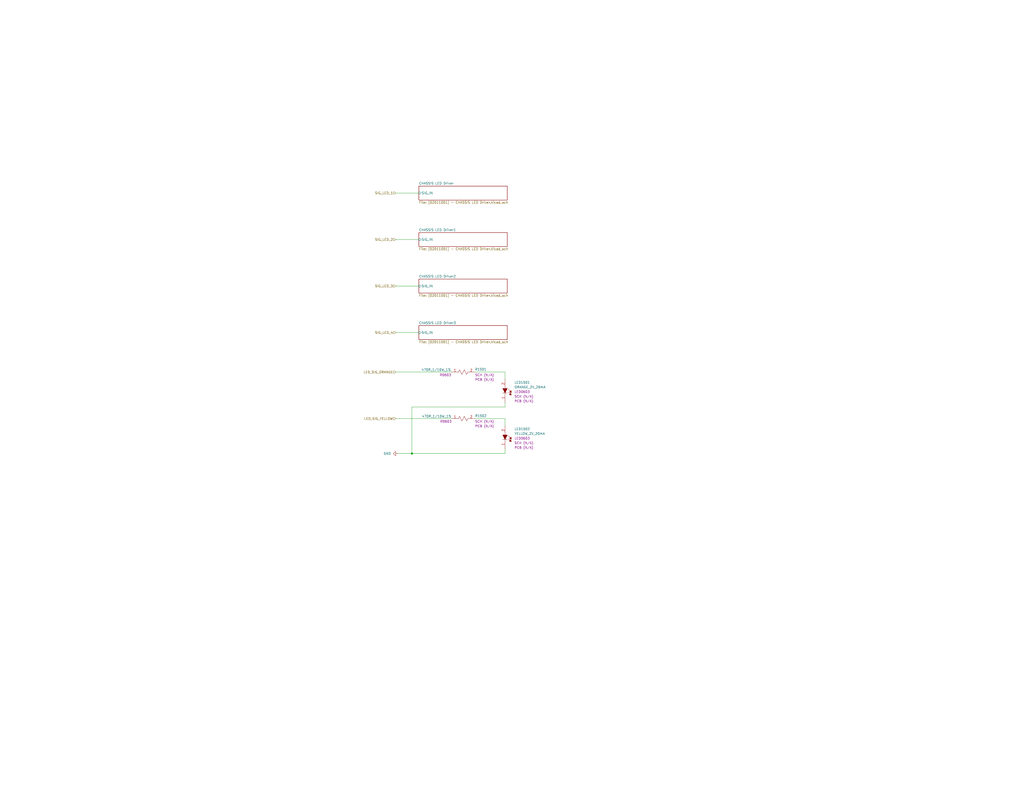
<source format=kicad_sch>
(kicad_sch (version 20231120) (generator "eeschema") (generator_version "8.0")
  (paper "C")
  (title_block (title "Quadcopter") (date "2024-03-17") (rev "01") (company "Mend0z0") (comment 1 "01") (comment 2 "PRELIMINARY") (comment 3 "Siavash Taher Parvar") (comment 8 "N/A") (comment 9 "First Version"))
  (lib_symbols
    (symbol "_SCHLIB_Qcopter:DIODE_LED_ORANGE_2V_20mA_611nm_LED0603"
      (property "Reference" "LED" (at 3.556 5.588 0))
      (property "Value" "ORANGE_2V_20mA" (at 3.81 8.128 0))
      (property "Package" "LED0603" (at 3.81 36.83 0))
      (property "SCH CHECK" "SCH (N/A)" (at 3.81 31.496 0))
      (property "PCB CHECK" "PCB (N/A)" (at 3.81 34.036 0))
      (symbol "DIODE_LED_ORANGE_2V_20mA_611nm_LED0603_0_1"
        (polyline (pts (xy 5.588 1.905) (xy 6.604 2.794)))
        (polyline (pts (xy 7.239 1.905) (xy 8.001 2.667)))
        (polyline (pts (xy 7.62 -1.27) (xy 7.62 1.27)))
        (polyline (pts (xy 5.08 1.27) (xy 5.08 -1.27) (xy 7.62 0) (xy 5.08 1.27)) (fill (type outline)))
        (polyline (pts (xy 6.223 3.302) (xy 7.112 2.413) (xy 7.366 3.556) (xy 6.223 3.302)) (fill (type outline)))
        (polyline (pts (xy 7.62 3.175) (xy 8.509 2.286) (xy 8.763 3.429) (xy 7.62 3.175)) (fill (type outline)))
      )
      (symbol "DIODE_LED_ORANGE_2V_20mA_611nm_LED0603_1_1"
        (pin passive line (at 12.7 0 180) (length 5.08) (name "") (number "1"))
        (pin passive line (at 0 0 0) (length 5.08) (name "") (number "2"))
      )
    )
    (symbol "_SCHLIB_Qcopter:DIODE_LED_YELLOW_2V_20mA_590nm_LED0603"
      (property "Reference" "LED" (at 3.048 6.35 0))
      (property "Value" "YELLOW_2V_20mA" (at 3.302 8.89 0))
      (property "Package" "LED0603" (at 3.302 37.592 0))
      (property "SCH CHECK" "SCH (N/A)" (at 3.302 32.258 0))
      (property "PCB CHECK" "PCB (N/A)" (at 3.302 34.798 0))
      (symbol "DIODE_LED_YELLOW_2V_20mA_590nm_LED0603_0_1"
        (polyline (pts (xy 5.588 1.905) (xy 6.604 2.794)))
        (polyline (pts (xy 7.239 1.905) (xy 8.001 2.667)))
        (polyline (pts (xy 7.62 -1.27) (xy 7.62 1.27)))
        (polyline (pts (xy 5.08 1.27) (xy 5.08 -1.27) (xy 7.62 0) (xy 5.08 1.27)) (fill (type outline)))
        (polyline (pts (xy 6.223 3.302) (xy 7.112 2.413) (xy 7.366 3.556) (xy 6.223 3.302)) (fill (type outline)))
        (polyline (pts (xy 7.62 3.175) (xy 8.509 2.286) (xy 8.763 3.429) (xy 7.62 3.175)) (fill (type outline)))
      )
      (symbol "DIODE_LED_YELLOW_2V_20mA_590nm_LED0603_1_1"
        (pin passive line (at 12.7 0 180) (length 5.08) (name "") (number "1"))
        (pin passive line (at 0 0 0) (length 5.08) (name "") (number "2"))
      )
    )
    (symbol "_SCHLIB_Qcopter:RES_470R_1/10W_1%_R0603"
      (property "Reference" "R" (at 3.556 4.064 0))
      (property "Value" "470R_1/10W_1%" (at 3.81 6.604 0))
      (property "Package" "R0603" (at 3.81 35.306 0))
      (property "SCH CHECK" "SCH (N/A)" (at 3.81 29.972 0))
      (property "PCB CHECK" "PCB (N/A)" (at 3.81 32.512 0))
      (symbol "RES_470R_1/10W_1%_R0603_0_0"
        (polyline (pts (xy 3.81 0) (xy 4.445 1.27) (xy 5.715 -1.27) (xy 6.985 1.27) (xy 8.255 -1.27) (xy 8.89 0)))
      )
      (symbol "RES_470R_1/10W_1%_R0603_1_1"
        (pin passive line (at 0 0 0) (length 3.81) (name "") (number "1"))
        (pin passive line (at 12.7 0 180) (length 3.81) (name "") (number "2"))
      )
    )
    (symbol "power:GND" (power) (pin_numbers hide) (pin_names (offset 0) hide)
      (property "Value" "GND" (at 0 -3.81 0))
      (symbol "GND_0_1"
        (polyline (pts (xy 0 0) (xy 0 -1.27) (xy 1.27 -1.27) (xy 0 -2.54) (xy -1.27 -1.27) (xy 0 -1.27)))
      )
      (symbol "GND_1_1"
        (pin power_in line (at 0 0 270) (length 0) (name "~") (number "1"))
      )
    )
  )
  (junction (at 224.79 247.65))
  (wire (pts (xy 275.59 203.2) (xy 275.59 207.01)))
  (wire (pts (xy 215.9 156.21) (xy 228.6 156.21)))
  (wire (pts (xy 215.9 105.41) (xy 228.6 105.41)))
  (wire (pts (xy 215.9 203.2) (xy 246.38 203.2)))
  (wire (pts (xy 275.59 245.11) (xy 275.59 247.65)))
  (wire (pts (xy 224.79 222.25) (xy 275.59 222.25)))
  (wire (pts (xy 215.9 228.6) (xy 246.38 228.6)))
  (wire (pts (xy 275.59 228.6) (xy 275.59 232.41)))
  (wire (pts (xy 215.9 130.81) (xy 228.6 130.81)))
  (wire (pts (xy 259.08 228.6) (xy 275.59 228.6)))
  (wire (pts (xy 259.08 203.2) (xy 275.59 203.2)))
  (wire (pts (xy 224.79 247.65) (xy 224.79 222.25)))
  (wire (pts (xy 275.59 219.71) (xy 275.59 222.25)))
  (wire (pts (xy 215.9 181.61) (xy 228.6 181.61)))
  (wire (pts (xy 275.59 247.65) (xy 224.79 247.65)))
  (wire (pts (xy 217.17 247.65) (xy 224.79 247.65)))
  (hierarchical_label "LED_SIG_ORANGE" (shape input) (at 215.9 203.2 180))
  (hierarchical_label "SIG_LED_1" (shape input) (at 215.9 105.41 180))
  (hierarchical_label "SIG_LED_2" (shape input) (at 215.9 130.81 180))
  (hierarchical_label "SIG_LED_3" (shape input) (at 215.9 156.21 180))
  (hierarchical_label "SIG_LED_4" (shape input) (at 215.9 181.61 180))
  (hierarchical_label "LED_SIG_YELLOW" (shape input) (at 215.9 228.6 180))
  (symbol (lib_id "_SCHLIB_Qcopter:RES_470R_1/10W_1%_R0603") (at 246.38 203.2 0) (unit 1)
    (property "Reference" "R1501" (at 262.382 201.676 0))
    (property "Value" "470R_1/10W_1%" (at 237.998 201.93 0))
    (property "Footprint" "Resistor_SMD:R_0603_1608Metric" (effects (hide yes)))
    (property "Datasheet" "https://www.te.com/usa-en/product-2-2176339-1.datasheet.pdf" (effects (hide yes)))
    (property "Description" "470 Ohms ±1% 0.1W, 1/10W Chip Resistor 0603 (1608 Metric) Automotive AEC-Q200, Moisture Resistant Thick Film" (effects (hide yes)))
    (property "Package" "R0603" (at 243.078 204.724 0))
    (property "Part Number (Manufacturer)" "CRGCQ0603F470R" (effects (hide yes)))
    (property "Manufacturer" "TE Connectivity Passive Product" (effects (hide yes)))
    (property "Part Number (Vendor)" "A129684TR-ND" (effects (hide yes)))
    (property "Vendor" "Digikey" (effects (hide yes)))
    (property "Purchase Link" "https://www.digikey.ca/en/products/detail/te-connectivity-passive-product/CRGCQ0603F470R/8576286" (effects (hide yes)))
    (property "SCH CHECK" "SCH (N/A)" (at 264.414 204.724 0))
    (property "PCB CHECK" "PCB (N/A)" (at 264.414 207.264 0))
  )
  (symbol (lib_id "power:GND") (at 217.17 247.65 270) (unit 1)
    (property "Reference" "#PWR01501" (effects (hide yes)))
    (property "Value" "GND" (at 213.36 247.6499 90) (effects (justify right)))
    (property "Description" "Power symbol creates a global label with name \"GND\" , ground" (effects (hide yes)))
  )
  (symbol (lib_id "_SCHLIB_Qcopter:RES_470R_1/10W_1%_R0603") (at 246.38 228.6 0) (unit 1)
    (property "Reference" "R1502" (at 262.382 227.076 0))
    (property "Value" "470R_1/10W_1%" (at 238.252 227.33 0))
    (property "Footprint" "Resistor_SMD:R_0603_1608Metric" (effects (hide yes)))
    (property "Datasheet" "https://www.te.com/usa-en/product-2-2176339-1.datasheet.pdf" (effects (hide yes)))
    (property "Description" "470 Ohms ±1% 0.1W, 1/10W Chip Resistor 0603 (1608 Metric) Automotive AEC-Q200, Moisture Resistant Thick Film" (effects (hide yes)))
    (property "Package" "R0603" (at 243.332 230.124 0))
    (property "Part Number (Manufacturer)" "CRGCQ0603F470R" (effects (hide yes)))
    (property "Manufacturer" "TE Connectivity Passive Product" (effects (hide yes)))
    (property "Part Number (Vendor)" "A129684TR-ND" (effects (hide yes)))
    (property "Vendor" "Digikey" (effects (hide yes)))
    (property "Purchase Link" "https://www.digikey.ca/en/products/detail/te-connectivity-passive-product/CRGCQ0603F470R/8576286" (effects (hide yes)))
    (property "SCH CHECK" "SCH (N/A)" (at 264.414 230.124 0))
    (property "PCB CHECK" "PCB (N/A)" (at 264.414 232.664 0))
  )
  (symbol (lib_id "_SCHLIB_Qcopter:DIODE_LED_YELLOW_2V_20mA_590nm_LED0603") (at 275.59 232.41 270) (unit 1)
    (property "Reference" "LED1502" (at 280.67 234.2514 90) (effects (justify left)))
    (property "Value" "YELLOW_2V_20mA" (at 280.67 236.7914 90) (effects (justify left)))
    (property "Footprint" "LED_SMD:LED_0603_1608Metric" (effects (hide yes)))
    (property "Datasheet" "https://www.we-online.com/katalog/datasheet/150060YS75000.pdf" (effects (hide yes)))
    (property "Description" "Yellow 590nm LED Indication - Discrete 2V 0603 (1608 Metric)" (effects (hide yes)))
    (property "Package" "LED0603" (at 280.67 239.3314 90) (effects (justify left)))
    (property "Part Number (Manufacturer)" "150060YS75000" (effects (hide yes)))
    (property "Manufacturer" "Würth Elektronik" (effects (hide yes)))
    (property "Part Number (Vendor)" "732-4981-2-ND" (effects (hide yes)))
    (property "Vendor" "Digikey" (effects (hide yes)))
    (property "Purchase Link" "https://www.digikey.ca/en/products/detail/w%C3%BCrth-elektronik/150060YS75000/4489909" (effects (hide yes)))
    (property "SCH CHECK" "SCH (N/A)" (at 280.67 241.8714 90) (effects (justify left)))
    (property "PCB CHECK" "PCB (N/A)" (at 280.67 244.4114 90) (effects (justify left)))
  )
  (symbol (lib_id "_SCHLIB_Qcopter:DIODE_LED_ORANGE_2V_20mA_611nm_LED0603") (at 275.59 207.01 270) (unit 1)
    (property "Reference" "LED1501" (at 280.67 208.8514 90) (effects (justify left)))
    (property "Value" "ORANGE_2V_20mA" (at 280.67 211.3914 90) (effects (justify left)))
    (property "Footprint" "LED_SMD:LED_0603_1608Metric" (effects (hide yes)))
    (property "Datasheet" "https://mm.digikey.com/Volume0/opasdata/d220001/medias/docus/3697/B1911UD--20D001014U1930.pdf" (effects (hide yes)))
    (property "Description" "Orange 605nm LED Indication - Discrete 2V 0603 (1608 Metric)" (effects (hide yes)))
    (property "Package" "LED0603" (at 280.67 213.9314 90) (effects (justify left)))
    (property "Part Number (Manufacturer)" "B1911UD--20D001014U1930" (effects (hide yes)))
    (property "Manufacturer" "Harvatek Corporation" (effects (hide yes)))
    (property "Part Number (Vendor)" "3147-B1911UD--20D001014U1930TR-ND" (effects (hide yes)))
    (property "Vendor" "Digikey" (effects (hide yes)))
    (property "Purchase Link" "https://www.digikey.ca/en/products/detail/harvatek-corporation/B1911UD-20D001014U1930/15519993" (effects (hide yes)))
    (property "SCH CHECK" "SCH (N/A)" (at 280.67 216.4714 90) (effects (justify left)))
    (property "PCB CHECK" "PCB (N/A)" (at 280.67 219.0114 90) (effects (justify left)))
  )
  (sheet (at 228.6 152.4) (size 48.26 7.62) (stroke (width 0.1524))
    (property "Sheetname" "CHASSIS LED Driver2" (at 228.6 151.6884 0) (effects (justify left bottom)))
    (property "Sheetfile" "[02011001] - CHASSIS LED Driver.kicad_sch" (at 228.6 160.6046 0) (effects (justify left top)))
    (pin "SIG_IN" input (at 228.6 156.21 180))
  )
  (sheet (at 228.6 127) (size 48.26 7.62) (stroke (width 0.1524))
    (property "Sheetname" "CHASSIS LED Driver1" (at 228.6 126.2884 0) (effects (justify left bottom)))
    (property "Sheetfile" "[02011001] - CHASSIS LED Driver.kicad_sch" (at 228.6 135.2046 0) (effects (justify left top)))
    (pin "SIG_IN" input (at 228.6 130.81 180))
  )
  (sheet (at 228.6 177.8) (size 48.26 7.62) (stroke (width 0.1524))
    (property "Sheetname" "CHASSIS LED Driver3" (at 228.6 177.0884 0) (effects (justify left bottom)))
    (property "Sheetfile" "[02011001] - CHASSIS LED Driver.kicad_sch" (at 228.6 186.0046 0) (effects (justify left top)))
    (pin "SIG_IN" input (at 228.6 181.61 180))
  )
  (sheet (at 228.6 101.6) (size 48.26 7.62) (stroke (width 0.1524))
    (property "Sheetname" "CHASSIS LED Driver" (at 228.6 100.8884 0) (effects (justify left bottom)))
    (property "Sheetfile" "[02011001] - CHASSIS LED Driver.kicad_sch" (at 228.6 109.8046 0) (effects (justify left top)))
    (pin "SIG_IN" input (at 228.6 105.41 180))
  )
)
</source>
